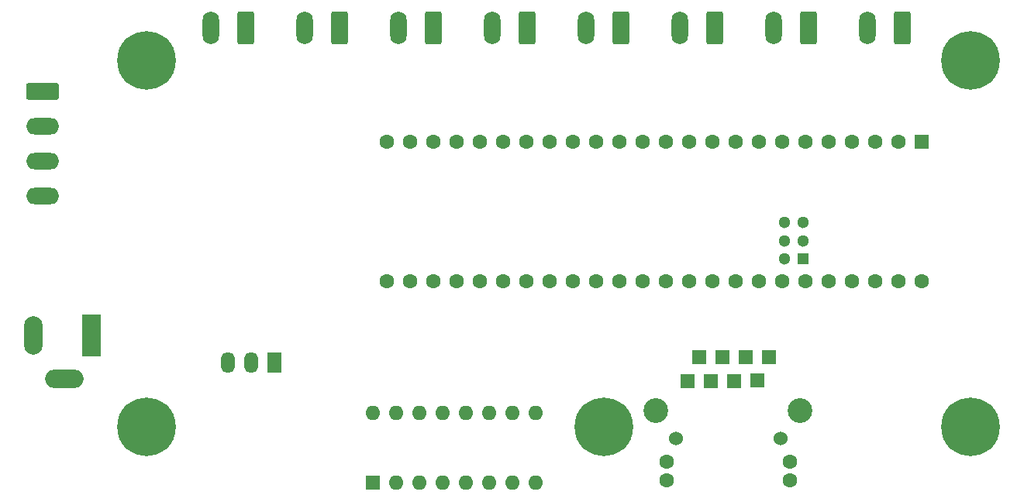
<source format=gbr>
%TF.GenerationSoftware,KiCad,Pcbnew,(7.0.0)*%
%TF.CreationDate,2023-04-13T21:22:04+09:00*%
%TF.ProjectId,Artnet_pixel_controller_Teensy-hardware,4172746e-6574-45f7-9069-78656c5f636f,rev?*%
%TF.SameCoordinates,Original*%
%TF.FileFunction,Soldermask,Bot*%
%TF.FilePolarity,Negative*%
%FSLAX46Y46*%
G04 Gerber Fmt 4.6, Leading zero omitted, Abs format (unit mm)*
G04 Created by KiCad (PCBNEW (7.0.0)) date 2023-04-13 21:22:04*
%MOMM*%
%LPD*%
G01*
G04 APERTURE LIST*
G04 Aperture macros list*
%AMRoundRect*
0 Rectangle with rounded corners*
0 $1 Rounding radius*
0 $2 $3 $4 $5 $6 $7 $8 $9 X,Y pos of 4 corners*
0 Add a 4 corners polygon primitive as box body*
4,1,4,$2,$3,$4,$5,$6,$7,$8,$9,$2,$3,0*
0 Add four circle primitives for the rounded corners*
1,1,$1+$1,$2,$3*
1,1,$1+$1,$4,$5*
1,1,$1+$1,$6,$7*
1,1,$1+$1,$8,$9*
0 Add four rect primitives between the rounded corners*
20,1,$1+$1,$2,$3,$4,$5,0*
20,1,$1+$1,$4,$5,$6,$7,0*
20,1,$1+$1,$6,$7,$8,$9,0*
20,1,$1+$1,$8,$9,$2,$3,0*%
G04 Aperture macros list end*
%ADD10C,6.400000*%
%ADD11RoundRect,0.250000X-1.550000X0.650000X-1.550000X-0.650000X1.550000X-0.650000X1.550000X0.650000X0*%
%ADD12O,3.600000X1.800000*%
%ADD13R,2.000000X4.600000*%
%ADD14O,2.000000X4.200000*%
%ADD15O,4.200000X2.000000*%
%ADD16R,1.600000X1.600000*%
%ADD17C,1.600000*%
%ADD18R,1.300000X1.300000*%
%ADD19C,1.300000*%
%ADD20O,1.600000X1.600000*%
%ADD21RoundRect,0.250000X0.650000X1.550000X-0.650000X1.550000X-0.650000X-1.550000X0.650000X-1.550000X0*%
%ADD22O,1.800000X3.600000*%
%ADD23C,1.524000*%
%ADD24R,1.524000X1.524000*%
%ADD25C,2.700000*%
%ADD26R,1.500000X2.300000*%
%ADD27O,1.500000X2.300000*%
G04 APERTURE END LIST*
D10*
%TO.C,H5*%
X196000000Y-91500000D03*
%TD*%
D11*
%TO.C,J11*%
X94682500Y-94840000D03*
D12*
X94682499Y-98649999D03*
X94682499Y-102459999D03*
X94682499Y-106269999D03*
%TD*%
D13*
%TO.C,J1*%
X99999999Y-121499999D03*
D14*
X93699999Y-121499999D03*
D15*
X97099999Y-126299999D03*
%TD*%
D10*
%TO.C,H6*%
X196000000Y-131500000D03*
%TD*%
D16*
%TO.C,U2*%
X190709999Y-100379999D03*
D17*
X188170000Y-100380000D03*
X185630000Y-100380000D03*
X183090000Y-100380000D03*
X180550000Y-100380000D03*
X178010000Y-100380000D03*
X175470000Y-100380000D03*
X172930000Y-100380000D03*
X170390000Y-100380000D03*
X167850000Y-100380000D03*
X165310000Y-100380000D03*
X162770000Y-100380000D03*
X160230000Y-100380000D03*
X157690000Y-100380000D03*
X155150000Y-100380000D03*
X152610000Y-100380000D03*
X150070000Y-100380000D03*
X147530000Y-100380000D03*
X144990000Y-100380000D03*
X142450000Y-100380000D03*
X139910000Y-100380000D03*
X137370000Y-100380000D03*
X134830000Y-100380000D03*
X132290000Y-100380000D03*
X132290000Y-115620000D03*
X134830000Y-115620000D03*
X137370000Y-115620000D03*
X139910000Y-115620000D03*
X142450000Y-115620000D03*
X144990000Y-115620000D03*
X147530000Y-115620000D03*
X150070000Y-115620000D03*
X152610000Y-115620000D03*
X155150000Y-115620000D03*
X157690000Y-115620000D03*
X160230000Y-115620000D03*
X162770000Y-115620000D03*
X165310000Y-115620000D03*
X167850000Y-115620000D03*
X170390000Y-115620000D03*
X172930000Y-115620000D03*
X175470000Y-115620000D03*
X178010000Y-115620000D03*
X180550000Y-115620000D03*
X183090000Y-115620000D03*
X185630000Y-115620000D03*
X188170000Y-115620000D03*
X190710000Y-115620000D03*
D18*
X177739999Y-113181599D03*
D19*
X177740000Y-111181600D03*
X177740000Y-109181600D03*
X175740000Y-109181600D03*
X175740000Y-111181600D03*
X175740000Y-113181600D03*
%TD*%
D16*
%TO.C,SW1*%
X130799999Y-137619999D03*
D20*
X133339999Y-137619999D03*
X135879999Y-137619999D03*
X138419999Y-137619999D03*
X140959999Y-137619999D03*
X143499999Y-137619999D03*
X146039999Y-137619999D03*
X148579999Y-137619999D03*
X148579999Y-129999999D03*
X146039999Y-129999999D03*
X143499999Y-129999999D03*
X140959999Y-129999999D03*
X138419999Y-129999999D03*
X135879999Y-129999999D03*
X133339999Y-129999999D03*
X130799999Y-129999999D03*
%TD*%
D21*
%TO.C,J6*%
X147600000Y-87932500D03*
D22*
X143789999Y-87932499D03*
%TD*%
D21*
%TO.C,J5*%
X137350000Y-87932500D03*
D22*
X133539999Y-87932499D03*
%TD*%
D10*
%TO.C,H1*%
X106000000Y-91500000D03*
%TD*%
D23*
%TO.C,J2*%
X175275000Y-132750000D03*
X163845000Y-132750000D03*
D24*
X173999999Y-123859999D03*
X172729999Y-126399999D03*
X171459999Y-123859999D03*
X170189999Y-126489999D03*
X168919999Y-123859999D03*
X167649999Y-126489999D03*
X166379999Y-123859999D03*
X165109999Y-126489999D03*
D17*
X176285000Y-135290000D03*
X176285000Y-137320000D03*
X162835000Y-135290000D03*
X162835000Y-137320000D03*
D25*
X177435000Y-129700000D03*
X161685000Y-129700000D03*
%TD*%
D10*
%TO.C,H4*%
X156000000Y-131500000D03*
%TD*%
D21*
%TO.C,J9*%
X178350000Y-87932500D03*
D22*
X174539999Y-87932499D03*
%TD*%
D21*
%TO.C,J4*%
X127100000Y-87932500D03*
D22*
X123289999Y-87932499D03*
%TD*%
D21*
%TO.C,J8*%
X168100000Y-87932500D03*
D22*
X164289999Y-87932499D03*
%TD*%
D21*
%TO.C,J7*%
X157850000Y-87932500D03*
D22*
X154039999Y-87932499D03*
%TD*%
D26*
%TO.C,U1*%
X119999999Y-124499999D03*
D27*
X117459999Y-124499999D03*
X114919999Y-124499999D03*
%TD*%
D10*
%TO.C,H2*%
X106000000Y-131500000D03*
%TD*%
D21*
%TO.C,J3*%
X116850000Y-87932500D03*
D22*
X113039999Y-87932499D03*
%TD*%
D21*
%TO.C,J10*%
X188600000Y-87932500D03*
D22*
X184789999Y-87932499D03*
%TD*%
M02*

</source>
